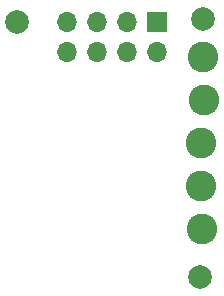
<source format=gbs>
%TF.GenerationSoftware,KiCad,Pcbnew,8.0.5*%
%TF.CreationDate,2025-02-24T22:08:56-06:00*%
%TF.ProjectId,spudglo_driver_mini_v1p0,73707564-676c-46f5-9f64-72697665725f,rev?*%
%TF.SameCoordinates,Original*%
%TF.FileFunction,Soldermask,Bot*%
%TF.FilePolarity,Negative*%
%FSLAX46Y46*%
G04 Gerber Fmt 4.6, Leading zero omitted, Abs format (unit mm)*
G04 Created by KiCad (PCBNEW 8.0.5) date 2025-02-24 22:08:56*
%MOMM*%
%LPD*%
G01*
G04 APERTURE LIST*
%ADD10C,2.000000*%
%ADD11C,2.600000*%
%ADD12O,1.700000X1.700000*%
%ADD13R,1.700000X1.700000*%
G04 APERTURE END LIST*
D10*
%TO.C,H3*%
X192024000Y-52280000D03*
%TD*%
D11*
%TO.C,J7*%
X207630000Y-66200000D03*
%TD*%
%TO.C,J1*%
X207710000Y-69840000D03*
%TD*%
%TO.C,J2*%
X207630000Y-62550000D03*
%TD*%
%TO.C,J4*%
X207810000Y-58910000D03*
%TD*%
D10*
%TO.C,H1*%
X207772000Y-52070000D03*
%TD*%
D11*
%TO.C,J5*%
X207800000Y-55290000D03*
%TD*%
D12*
%TO.C,J3*%
X196270000Y-54840000D03*
X196270000Y-52300000D03*
X198810000Y-54840000D03*
X198810001Y-52300000D03*
X201350000Y-54840000D03*
X201350000Y-52300000D03*
X203890000Y-54840000D03*
D13*
X203890000Y-52300000D03*
%TD*%
D10*
%TO.C,H2*%
X207518000Y-73914000D03*
%TD*%
M02*

</source>
